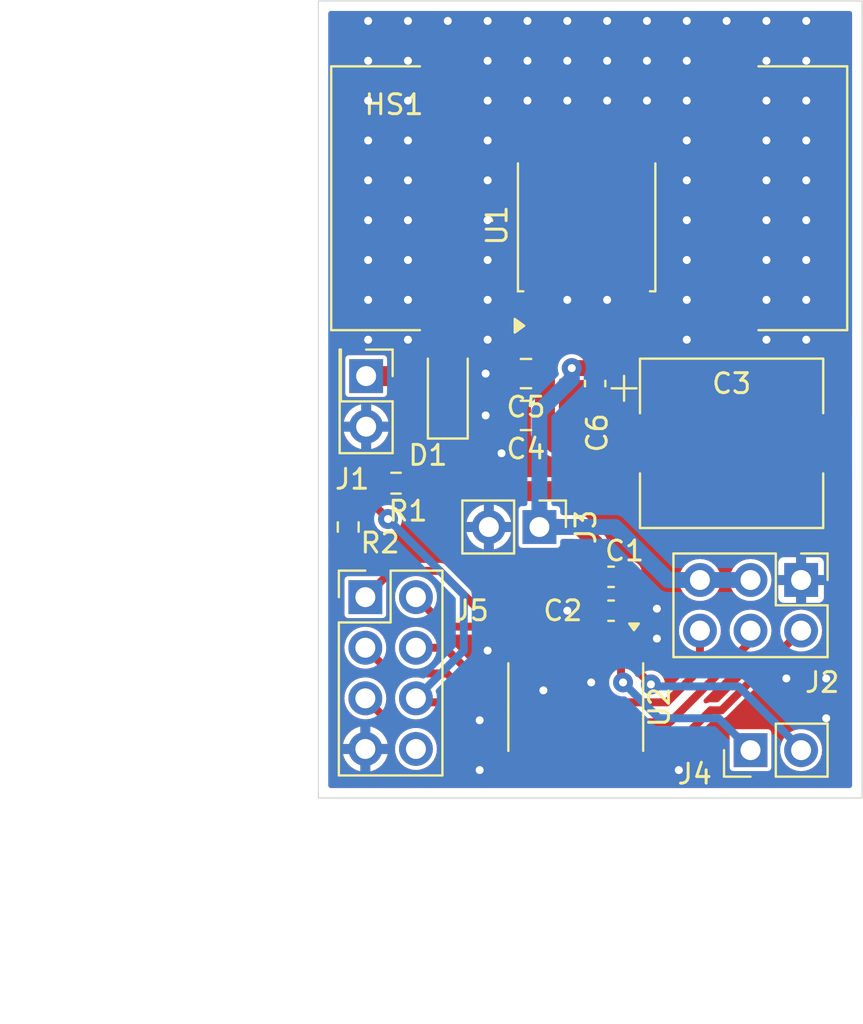
<source format=kicad_pcb>
(kicad_pcb (version 20240108) (generator "pcbnew") (generator_version "8.0")
  (title_block (title "FastLapLights") (date "2025-03-06") (rev "MK4"))
  (layers (0 "F.Cu" mixed) (1 "In1.Cu" power) (2 "In2.Cu" power) (31 "B.Cu" mixed) (34 "B.Paste" user) (35 "F.Paste" user) (36 "B.SilkS" user "B.Silkscreen") (37 "F.SilkS" user "F.Silkscreen") (38 "B.Mask" user) (39 "F.Mask" user) (44 "Edge.Cuts" user))
  (net 0 "")
  (net 1 "GND")
  (net 2 "/TRACK_LIGHTS_R")
  (net 3 "+3.3V")
  (net 4 "/START_LIGHTS")
  (net 5 "/PIT_LANE_LIGHTS")
  (net 8 "/SWD_NRST")
  (net 9 "/SWD_SWCLK")
  (net 10 "/SWD_SWDIO")
  (net 11 "/I2C_SDA")
  (net 12 "/I2C_SCL")
  (net 17 "VRAIL")
  (net 18 "/IO_POWER_RAIL_DATA")
  (net 19 "/VRAIL_CAP")
  (net 20 "/TRACK_LIGHTS_G")
  (net 21 "/IO_DATA_INT")
  (footprint "Connector_PinHeader_2.54mm:PinHeader_2x04_P2.54mm_Vertical" (layer "F.Cu") (at 44.86 116.62)
    (property "Reference" "J5" (at 5.34 0.68 0) (layer "F.SilkS"))
    (property "Value" "Conn_02x04_Counter_Clockwise" (hide yes))
    (fp_line (start -1.33 -1.33) (end 0 -1.33) (stroke (width 0.12)) (layer "F.SilkS"))
    (fp_line (start -1.33 0) (end -1.33 -1.33) (stroke (width 0.12)) (layer "F.SilkS"))
    (fp_line (start -1.33 1.27) (end -1.33 8.95) (stroke (width 0.12)) (layer "F.SilkS"))
    (fp_line (start -1.33 1.27) (end 1.27 1.27) (stroke (width 0.12)) (layer "F.SilkS"))
    (fp_line (start -1.33 8.95) (end 3.87 8.95) (stroke (width 0.12)) (layer "F.SilkS"))
    (fp_line (start 1.27 -1.33) (end 3.87 -1.33) (stroke (width 0.12)) (layer "F.SilkS"))
    (fp_line (start 1.27 1.27) (end 1.27 -1.33) (stroke (width 0.12)) (layer "F.SilkS"))
    (fp_line (start 3.87 -1.33) (end 3.87 8.95) (stroke (width 0.12)) (layer "F.SilkS"))
    (pad "1" thru_hole rect (at 0 0) (size 1.7 1.7) (drill 1) (layers "*.Cu" "*.Mask" "In3.Cu" "In4.Cu" "In5.Cu" "In6.Cu" "In7.Cu" "In8.Cu" "In9.Cu" "In10.Cu" "In11.Cu" "In12.Cu" "In13.Cu" "In14.Cu" "In15.Cu" "In16.Cu" "In17.Cu" "In18.Cu" "In19.Cu" "In20.Cu" "In21.Cu" "In22.Cu" "In23.Cu" "In24.Cu" "In25.Cu" "In26.Cu" "In27.Cu" "In28.Cu" "In29.Cu" "In30.Cu") (net 4 "/START_LIGHTS"))
    (pad "2" thru_hole oval (at 2.54 0) (size 1.7 1.7) (drill 1) (layers "*.Cu" "*.Mask" "In3.Cu" "In4.Cu" "In5.Cu" "In6.Cu" "In7.Cu" "In8.Cu" "In9.Cu" "In10.Cu" "In11.Cu" "In12.Cu" "In13.Cu" "In14.Cu" "In15.Cu" "In16.Cu" "In17.Cu" "In18.Cu" "In19.Cu" "In20.Cu" "In21.Cu" "In22.Cu" "In23.Cu" "In24.Cu" "In25.Cu" "In26.Cu" "In27.Cu" "In28.Cu" "In29.Cu" "In30.Cu") (net 5 "/PIT_LANE_LIGHTS"))
    (pad "3" thru_hole oval (at 0 2.54) (size 1.7 1.7) (drill 1) (layers "*.Cu" "*.Mask" "In3.Cu" "In4.Cu" "In5.Cu" "In6.Cu" "In7.Cu" "In8.Cu" "In9.Cu" "In10.Cu" "In11.Cu" "In12.Cu" "In13.Cu" "In14.Cu" "In15.Cu" "In16.Cu" "In17.Cu" "In18.Cu" "In19.Cu" "In20.Cu" "In21.Cu" "In22.Cu" "In23.Cu" "In24.Cu" "In25.Cu" "In26.Cu" "In27.Cu" "In28.Cu" "In29.Cu" "In30.Cu") (net 2 "/TRACK_LIGHTS_R"))
    (pad "4" thru_hole oval (at 2.54 2.54) (size 1.7 1.7) (drill 1) (layers "*.Cu" "*.Mask" "In3.Cu" "In4.Cu" "In5.Cu" "In6.Cu" "In7.Cu" "In8.Cu" "In9.Cu" "In10.Cu" "In11.Cu" "In12.Cu" "In13.Cu" "In14.Cu" "In15.Cu" "In16.Cu" "In17.Cu" "In18.Cu" "In19.Cu" "In20.Cu" "In21.Cu" "In22.Cu" "In23.Cu" "In24.Cu" "In25.Cu" "In26.Cu" "In27.Cu" "In28.Cu" "In29.Cu" "In30.Cu") (net 20 "/TRACK_LIGHTS_G"))
    (pad "5" thru_hole oval (at 0 5.08) (size 1.7 1.7) (drill 1) (layers "*.Cu" "*.Mask" "In3.Cu" "In4.Cu" "In5.Cu" "In6.Cu" "In7.Cu" "In8.Cu" "In9.Cu" "In10.Cu" "In11.Cu" "In12.Cu" "In13.Cu" "In14.Cu" "In15.Cu" "In16.Cu" "In17.Cu" "In18.Cu" "In19.Cu" "In20.Cu" "In21.Cu" "In22.Cu" "In23.Cu" "In24.Cu" "In25.Cu" "In26.Cu" "In27.Cu" "In28.Cu" "In29.Cu" "In30.Cu") (net 21 "/IO_DATA_INT"))
    (pad "6" thru_hole oval (at 2.54 5.08) (size 1.7 1.7) (drill 1) (layers "*.Cu" "*.Mask" "In3.Cu" "In4.Cu" "In5.Cu" "In6.Cu" "In7.Cu" "In8.Cu" "In9.Cu" "In10.Cu" "In11.Cu" "In12.Cu" "In13.Cu" "In14.Cu" "In15.Cu" "In16.Cu" "In17.Cu" "In18.Cu" "In19.Cu" "In20.Cu" "In21.Cu" "In22.Cu" "In23.Cu" "In24.Cu" "In25.Cu" "In26.Cu" "In27.Cu" "In28.Cu" "In29.Cu" "In30.Cu") (net 18 "/IO_POWER_RAIL_DATA"))
    (pad "7" thru_hole oval (at 0 7.62) (size 1.7 1.7) (drill 1) (layers "*.Cu" "*.Mask" "In3.Cu" "In4.Cu" "In5.Cu" "In6.Cu" "In7.Cu" "In8.Cu" "In9.Cu" "In10.Cu" "In11.Cu" "In12.Cu" "In13.Cu" "In14.Cu" "In15.Cu" "In16.Cu" "In17.Cu" "In18.Cu" "In19.Cu" "In20.Cu" "In21.Cu" "In22.Cu" "In23.Cu" "In24.Cu" "In25.Cu" "In26.Cu" "In27.Cu" "In28.Cu" "In29.Cu" "In30.Cu") (net 1 "GND"))
    (pad "8" thru_hole oval (at 2.54 7.62) (size 1.7 1.7) (drill 1) (layers "*.Cu" "*.Mask" "In3.Cu" "In4.Cu" "In5.Cu" "In6.Cu" "In7.Cu" "In8.Cu" "In9.Cu" "In10.Cu" "In11.Cu" "In12.Cu" "In13.Cu" "In14.Cu" "In15.Cu" "In16.Cu" "In17.Cu" "In18.Cu" "In19.Cu" "In20.Cu" "In21.Cu" "In22.Cu" "In23.Cu" "In24.Cu" "In25.Cu" "In26.Cu" "In27.Cu" "In28.Cu" "In29.Cu" "In30.Cu") (net 3 "+3.3V"))
  )
  (footprint "Connector_PinHeader_2.54mm:PinHeader_2x01_P2.54mm_Vertical" (layer "F.Cu") (at 44.9 105.525 -90)
    (property "Reference" "J1" (at 5.175 0.7 180) (layer "F.SilkS"))
    (property "Value" "POWER_CON" (hide yes))
    (fp_line (start -1.33 1.33) (end 3.87 1.33) (stroke (width 0.12)) (layer "F.SilkS"))
    (fp_line (start -1.33 1.27) (end -1.33 1.33) (stroke (width 0.12)) (layer "F.SilkS"))
    (fp_line (start -1.33 1.27) (end 1.27 1.27) (stroke (width 0.12)) (layer "F.SilkS"))
    (fp_line (start 1.27 1.27) (end 1.27 -1.33) (stroke (width 0.12)) (layer "F.SilkS"))
    (fp_line (start -1.33 0) (end -1.33 -1.33) (stroke (width 0.12)) (layer "F.SilkS"))
    (fp_line (start -1.33 -1.33) (end 0 -1.33) (stroke (width 0.12)) (layer "F.SilkS"))
    (fp_line (start 1.27 -1.33) (end 3.87 -1.33) (stroke (width 0.12)) (layer "F.SilkS"))
    (fp_line (start 3.87 -1.33) (end 3.87 1.33) (stroke (width 0.12)) (layer "F.SilkS"))
    (pad "1" thru_hole rect (at 0 0 270) (size 1.7 1.7) (drill 1) (layers "*.Cu" "*.Mask" "In3.Cu" "In4.Cu" "In5.Cu" "In6.Cu" "In7.Cu" "In8.Cu" "In9.Cu" "In10.Cu" "In11.Cu" "In12.Cu" "In13.Cu" "In14.Cu" "In15.Cu" "In16.Cu" "In17.Cu" "In18.Cu" "In19.Cu" "In20.Cu" "In21.Cu" "In22.Cu" "In23.Cu" "In24.Cu" "In25.Cu" "In26.Cu" "In27.Cu" "In28.Cu" "In29.Cu" "In30.Cu") (net 17 "VRAIL"))
    (pad "2" thru_hole oval (at 2.54 0 270) (size 1.7 1.7) (drill 1) (layers "*.Cu" "*.Mask" "In3.Cu" "In4.Cu" "In5.Cu" "In6.Cu" "In7.Cu" "In8.Cu" "In9.Cu" "In10.Cu" "In11.Cu" "In12.Cu" "In13.Cu" "In14.Cu" "In15.Cu" "In16.Cu" "In17.Cu" "In18.Cu" "In19.Cu" "In20.Cu" "In21.Cu" "In22.Cu" "In23.Cu" "In24.Cu" "In25.Cu" "In26.Cu" "In27.Cu" "In28.Cu" "In29.Cu" "In30.Cu") (net 1 "GND"))
  )
  (footprint "Capacitor_SMD:C_0805_2012Metric" (layer "F.Cu") (at 52.925 107.5 180)
    (property "Reference" "C4" (at 0 -1.68 180) (layer "F.SilkS"))
    (property "Value" "22uF")
    (fp_line (start -0.261252 0.735) (end 0.261252 0.735) (stroke (width 0.12)) (layer "F.SilkS"))
    (fp_line (start -0.261252 -0.735) (end 0.261252 -0.735) (stroke (width 0.12)) (layer "F.SilkS"))
    (pad "1" smd roundrect (at -0.95 0 180) (size 1 1.45) (layers "F.Cu" "F.Paste" "F.Mask") (net 19 "/VRAIL_CAP"))
    (pad "2" smd roundrect (at 0.95 0 180) (size 1 1.45) (layers "F.Cu" "F.Paste" "F.Mask") (net 1 "GND"))
  )
  (footprint "Capacitor_SMD:C_0603_1608Metric" (layer "F.Cu") (at 57.2 117.3)
    (property "Reference" "C2" (at -2.425 0 0) (layer "F.SilkS"))
    (property "Value" "0.1uF" (hide yes))
    (fp_line (start -0.14058 -0.51) (end 0.14058 -0.51) (stroke (width 0.12)) (layer "F.SilkS"))
    (fp_line (start -0.14058 0.51) (end 0.14058 0.51) (stroke (width 0.12)) (layer "F.SilkS"))
    (pad "1" smd roundrect (at -0.775 0) (size 0.9 0.95) (layers "F.Cu" "F.Paste" "F.Mask") (net 3 "+3.3V"))
    (pad "2" smd roundrect (at 0.775 0) (size 0.9 0.95) (layers "F.Cu" "F.Paste" "F.Mask") (net 1 "GND"))
  )
  (footprint "Connector_PinHeader_2.54mm:PinHeader_1x02_P2.54mm_Vertical" (layer "F.Cu") (at 53.6 113.1 -90)
    (property "Reference" "J3" (at 0 -2.33 90) (layer "F.SilkS"))
    (property "Value" "PWR" (hide yes))
    (fp_line (start -1.33 3.87) (end 1.33 3.87) (stroke (width 0.12)) (layer "F.SilkS"))
    (fp_line (start -1.33 1.27) (end -1.33 3.87) (stroke (width 0.12)) (layer "F.SilkS"))
    (fp_line (start -1.33 1.27) (end 1.33 1.27) (stroke (width 0.12)) (layer "F.SilkS"))
    (fp_line (start 1.33 1.27) (end 1.33 3.87) (stroke (width 0.12)) (layer "F.SilkS"))
    (fp_line (start -1.33 0) (end -1.33 -1.33) (stroke (width 0.12)) (layer "F.SilkS"))
    (fp_line (start -1.33 -1.33) (end 0 -1.33) (stroke (width 0.12)) (layer "F.SilkS"))
    (pad "1" thru_hole rect (at 0 0 270) (size 1.7 1.7) (drill 1) (layers "*.Cu" "*.Mask" "In3.Cu" "In4.Cu" "In5.Cu" "In6.Cu" "In7.Cu" "In8.Cu" "In9.Cu" "In10.Cu" "In11.Cu" "In12.Cu" "In13.Cu" "In14.Cu" "In15.Cu" "In16.Cu" "In17.Cu" "In18.Cu" "In19.Cu" "In20.Cu" "In21.Cu" "In22.Cu" "In23.Cu" "In24.Cu" "In25.Cu" "In26.Cu" "In27.Cu" "In28.Cu" "In29.Cu" "In30.Cu") (net 3 "+3.3V"))
    (pad "2" thru_hole oval (at 0 2.54 270) (size 1.7 1.7) (drill 1) (layers "*.Cu" "*.Mask" "In3.Cu" "In4.Cu" "In5.Cu" "In6.Cu" "In7.Cu" "In8.Cu" "In9.Cu" "In10.Cu" "In11.Cu" "In12.Cu" "In13.Cu" "In14.Cu" "In15.Cu" "In16.Cu" "In17.Cu" "In18.Cu" "In19.Cu" "In20.Cu" "In21.Cu" "In22.Cu" "In23.Cu" "In24.Cu" "In25.Cu" "In26.Cu" "In27.Cu" "In28.Cu" "In29.Cu" "In30.Cu") (net 1 "GND"))
  )
  (footprint "Capacitor_SMD:C_0805_2012Metric" (layer "F.Cu") (at 52.925 105.4 180)
    (property "Reference" "C5" (at 0 -1.68 180) (layer "F.SilkS"))
    (property "Value" "0.1uF")
    (fp_line (start -0.261252 0.735) (end 0.261252 0.735) (stroke (width 0.12)) (layer "F.SilkS"))
    (fp_line (start -0.261252 -0.735) (end 0.261252 -0.735) (stroke (width 0.12)) (layer "F.SilkS"))
    (pad "1" smd roundrect (at -0.95 0 180) (size 1 1.45) (layers "F.Cu" "F.Paste" "F.Mask") (net 19 "/VRAIL_CAP"))
    (pad "2" smd roundrect (at 0.95 0 180) (size 1 1.45) (layers "F.Cu" "F.Paste" "F.Mask") (net 1 "GND"))
  )
  (footprint "Library:Heatsink_DV-T263-201E-TR" (layer "F.Cu") (at 56.1 96.6)
    (property "Reference" "HS1" (at -9.8 -4.7 180) (layer "F.SilkS"))
    (property "Value" "Heatsink")
    (fp_line (start -12.955 -6.62) (end -8.5 -6.62) (stroke (width 0.12)) (layer "F.SilkS"))
    (fp_line (start -12.955 6.62) (end -12.955 -6.62) (stroke (width 0.12)) (layer "F.SilkS"))
    (fp_line (start -12.955 6.62) (end -8.5 6.62) (stroke (width 0.12)) (layer "F.SilkS"))
    (fp_line (start 8.5 -6.62) (end 12.955 -6.62) (stroke (width 0.12)) (layer "F.SilkS"))
    (fp_line (start 8.5 6.62) (end 12.955 6.62) (stroke (width 0.12)) (layer "F.SilkS"))
    (fp_line (start 12.955 -6.62) (end 12.955 6.62) (stroke (width 0.12)) (layer "F.SilkS"))
    (pad "1" smd roundrect (at -7.1 0 180) (size 1.8 13.7) (layers "F.Cu" "F.Paste" "F.Mask") (roundrect_rratio 0.2) (net 1 "GND"))
    (pad "1" smd roundrect (at 7.1 0) (size 1.8 13.7) (layers "F.Cu" "F.Paste" "F.Mask") (roundrect_rratio 0.2) (net 1 "GND"))
  )
  (footprint "Resistor_SMD:R_0603_1608Metric" (layer "F.Cu") (at 44 113.1 -90)
    (property "Reference" "R2" (at 0.8 -1.6 180) (layer "F.SilkS"))
    (property "Value" "1k" (hide yes))
    (fp_line (start -0.237258 0.5225) (end 0.237258 0.5225) (stroke (width 0.12)) (layer "F.SilkS"))
    (fp_line (start -0.237258 -0.5225) (end 0.237258 -0.5225) (stroke (width 0.12)) (layer "F.SilkS"))
    (pad "1" smd roundrect (at -0.825 0 270) (size 0.8 0.95) (layers "F.Cu" "F.Paste" "F.Mask") (net 18 "/IO_POWER_RAIL_DATA"))
    (pad "2" smd roundrect (at 0.825 0 270) (size 0.8 0.95) (layers "F.Cu" "F.Paste" "F.Mask") (net 1 "GND"))
  )
  (footprint "Library:CP_Elec_A768KS227M1VLAE024" (layer "F.Cu") (at 63.25 108.9)
    (property "Reference" "C3" (at 0 -3 0) (layer "F.SilkS"))
    (property "Value" "220uF" (hide yes))
    (fp_line (start -6.025 -2.76) (end -4.775 -2.76) (stroke (width 0.12)) (layer "F.SilkS"))
    (fp_line (start -5.4 -3.385) (end -5.4 -2.135) (stroke (width 0.12)) (layer "F.SilkS"))
    (fp_line (start -4.6 -4.25) (end -4.6 -1.51) (stroke (width 0.12)) (layer "F.SilkS"))
    (fp_line (start -4.6 -4.25) (end 4.6 -4.25) (stroke (width 0.12)) (layer "F.SilkS"))
    (fp_line (start -4.6 4.25) (end -4.6 1.51) (stroke (width 0.12)) (layer "F.SilkS"))
    (fp_line (start -4.6 4.25) (end 4.6 4.25) (stroke (width 0.12)) (layer "F.SilkS"))
    (fp_line (start 4.6 -4.25) (end 4.6 -1.51) (stroke (width 0.12)) (layer "F.SilkS"))
    (fp_line (start 4.6 4.25) (end 4.6 1.51) (stroke (width 0.12)) (layer "F.SilkS"))
    (pad "1" smd roundrect (at -3.65 0) (size 4.2 2.2) (layers "F.Cu" "F.Paste" "F.Mask") (roundrect_rratio 0.1) (net 19 "/VRAIL_CAP"))
    (pad "2" smd roundrect (at 3.65 0) (size 4.2 2.2) (layers "F.Cu" "F.Paste" "F.Mask") (roundrect_rratio 0.1) (net 1 "GND"))
  )
  (footprint "Capacitor_SMD:C_0603_1608Metric" (layer "F.Cu") (at 56.4 105.9 -90)
    (property "Reference" "C6" (at 2.475 -0.1 90) (layer "F.SilkS"))
    (property "Value" "22uF" (hide yes))
    (fp_line (start -0.14058 0.51) (end 0.14058 0.51) (stroke (width 0.12)) (layer "F.SilkS"))
    (fp_line (start -0.14058 -0.51) (end 0.14058 -0.51) (stroke (width 0.12)) (layer "F.SilkS"))
    (pad "1" smd roundrect (at -0.775 0 270) (size 0.9 0.95) (layers "F.Cu" "F.Paste" "F.Mask") (net 3 "+3.3V"))
    (pad "2" smd roundrect (at 0.775 0 270) (size 0.9 0.95) (layers "F.Cu" "F.Paste" "F.Mask") (net 1 "GND"))
  )
  (footprint "Diode_SMD:D_SOD-123" (layer "F.Cu") (at 49 106.3 90)
    (property "Reference" "D1" (at -3.2 -1 180) (layer "F.SilkS"))
    (property "Value" "MBR0540" (hide yes))
    (fp_line (start -2.36 -1) (end 1.65 -1) (stroke (width 0.12)) (layer "F.SilkS"))
    (fp_line (start -2.36 -1) (end -2.36 1) (stroke (width 0.12)) (layer "F.SilkS"))
    (fp_line (start -2.36 1) (end 1.65 1) (stroke (width 0.12)) (layer "F.SilkS"))
    (pad "1" smd roundrect (at -1.65 0 90) (size 0.9 1.2) (layers "F.Cu" "F.Paste" "F.Mask") (net 19 "/VRAIL_CAP"))
    (pad "2" smd roundrect (at 1.65 0 90) (size 0.9 1.2) (layers "F.Cu" "F.Paste" "F.Mask") (net 17 "VRAIL"))
  )
  (footprint "Package_SO:TSSOP-20_4.4x6.5mm_P0.65mm" (layer "F.Cu") (at 55.425 122.1375 -90)
    (property "Reference" "U2" (at 0 -4.2 90) (layer "F.SilkS"))
    (property "Value" "STM32C011F4Px" (hide yes))
    (fp_line (start 0 3.385) (end -2.2 3.385) (stroke (width 0.12)) (layer "F.SilkS"))
    (fp_line (start 0 3.385) (end 2.2 3.385) (stroke (width 0.12)) (layer "F.SilkS"))
    (fp_line (start 0 -3.385) (end -2.2 -3.385) (stroke (width 0.12)) (layer "F.SilkS"))
    (fp_line (start 0 -3.385) (end 2.2 -3.385) (stroke (width 0.12)) (layer "F.SilkS"))
    (fp_poly (pts (xy -3.86 -2.925) (xy -4.19 -3.165) (xy -4.19 -2.685) (xy -3.86 -2.925)) (stroke (width 0.12)) (fill solid) (layer "F.SilkS"))
    (pad "1" smd roundrect (at -2.8625 -2.925 270) (size 1.475 0.4) (layers "F.Cu" "F.Paste" "F.Mask") (net 12 "/I2C_SCL"))
    (pad "2" smd roundrect (at -2.8625 -2.275 270) (size 1.475 0.4) (layers "F.Cu" "F.Paste" "F.Mask") (net 11 "/I2C_SDA"))
    (pad "3" smd roundrect (at -2.8625 -1.625 270) (size 1.475 0.4) (layers "F.Cu" "F.Paste" "F.Mask"))
    (pad "4" smd roundrect (at -2.8625 -0.975 270) (size 1.475 0.4) (layers "F.Cu" "F.Paste" "F.Mask") (net 3 "+3.3V"))
    (pad "5" smd roundrect (at -2.8625 -0.325 270) (size 1.475 0.4) (layers "F.Cu" "F.Paste" "F.Mask") (net 1 "GND"))
    (pad "6" smd roundrect (at -2.8625 0.325 270) (size 1.475 0.4) (layers "F.Cu" "F.Paste" "F.Mask") (net 8 "/SWD_NRST"))
    (pad "7" smd roundrect (at -2.8625 0.975 270) (size 1.475 0.4) (layers "F.Cu" "F.Paste" "F.Mask") (net 4 "/START_LIGHTS"))
    (pad "8" smd roundrect (at -2.8625 1.625 270) (size 1.475 0.4) (layers "F.Cu" "F.Paste" "F.Mask") (net 5 "/PIT_LANE_LIGHTS"))
    (pad "9" smd roundrect (at -2.8625 2.275 270) (size 1.475 0.4) (layers "F.Cu" "F.Paste" "F.Mask") (net 2 "/TRACK_LIGHTS_R"))
    (pad "10" smd roundrect (at -2.8625 2.925 270) (size 1.475 0.4) (layers "F.Cu" "F.Paste" "F.Mask") (net 20 "/TRACK_LIGHTS_G"))
    (pad "11" smd roundrect (at 2.8625 2.925 270) (size 1.475 0.4) (layers "F.Cu" "F.Paste" "F.Mask") (net 21 "/IO_DATA_INT"))
    (pad "12" smd roundrect (at 2.8625 2.275 270) (size 1.475 0.4) (layers "F.Cu" "F.Paste" "F.Mask"))
    (pad "13" smd roundrect (at 2.8625 1.625 270) (size 1.475 0.4) (layers "F.Cu" "F.Paste" "F.Mask") (net 18 "/IO_POWER_RAIL_DATA"))
    (pad "14" smd roundrect (at 2.8625 0.975 270) (size 1.475 0.4) (layers "F.Cu" "F.Paste" "F.Mask"))
    (pad "15" smd roundrect (at 2.8625 0.325 270) (size 1.475 0.4) (layers "F.Cu" "F.Paste" "F.Mask"))
    (pad "16" smd roundrect (at 2.8625 -0.325 270) (size 1.475 0.4) (layers "F.Cu" "F.Paste" "F.Mask"))
    (pad "17" smd roundrect (at 2.8625 -0.975 270) (size 1.475 0.4) (layers "F.Cu" "F.Paste" "F.Mask"))
    (pad "18" smd roundrect (at 2.8625 -1.625 270) (size 1.475 0.4) (layers "F.Cu" "F.Paste" "F.Mask") (net 10 "/SWD_SWDIO"))
    (pad "19" smd roundrect (at 2.8625 -2.275 270) (size 1.475 0.4) (layers "F.Cu" "F.Paste" "F.Mask") (net 9 "/SWD_SWCLK"))
    (pad "20" smd roundrect (at 2.8625 -2.925 270) (size 1.475 0.4) (layers "F.Cu" "F.Paste" "F.Mask"))
  )
  (footprint "Package_TO_SOT_SMD:TO-252-2" (layer "F.Cu") (at 55.9725 97.96 90)
    (property "Reference" "U1" (at 0 -4.5 90) (layer "F.SilkS"))
    (property "Value" "BD33FC0FP")
    (fp_line (start 3.11 -3.45) (end -3.31 -3.45) (stroke (width 0.12)) (layer "F.SilkS"))
    (fp_line (start -3.31 -3.45) (end -3.31 -3.18) (stroke (width 0.12)) (layer "F.SilkS"))
    (fp_line (start 3.11 3.45) (end -3.31 3.45) (stroke (width 0.12)) (layer "F.SilkS"))
    (fp_line (start -3.31 3.45) (end -3.31 3.18) (stroke (width 0.12)) (layer "F.SilkS"))
    (fp_poly (pts (xy -5.04 -3.14) (xy -5.38 -3.61) (xy -4.7 -3.61) (xy -5.04 -3.14)) (stroke (width 0.12)) (fill solid) (layer "F.SilkS"))
    (pad "1" smd roundrect (at -5.04 -2.28 90) (size 2.2 1.2) (layers "F.Cu" "F.Paste" "F.Mask") (roundrect_rratio 0.208333) (net 19 "/VRAIL_CAP"))
    (pad "2" smd roundrect (at -0.415 -1.525 90) (size 3.05 2.75) (layers "F.Cu" "F.Paste") (roundrect_rratio 0.090909) (net 1 "GND"))
    (pad "2" smd roundrect (at -0.415 1.525 90) (size 3.05 2.75) (layers "F.Cu" "F.Paste") (roundrect_rratio 0.090909) (net 1 "GND"))
    (pad "2" smd roundrect (at 1.26 0 90) (size 6.4 5.8) (layers "F.Cu" "F.Mask") (roundrect_rratio 0.043103) (net 1 "GND"))
    (pad "2" smd roundrect (at 2.935 -1.525 90) (size 3.05 2.75) (layers "F.Cu" "F.Paste") (roundrect_rratio 0.090909) (net 1 "GND"))
    (pad "2" smd roundrect (at 2.935 1.525 90) (size 3.05 2.75) (layers "F.Cu" "F.Paste") (roundrect_rratio 0.090909) (net 1 "GND"))
    (pad "3" smd roundrect (at -5.04 2.28 90) (size 2.2 1.2) (layers "F.Cu" "F.Paste" "F.Mask") (roundrect_rratio 0.208333) (net 3 "+3.3V"))
  )
  (footprint "Connector_PinHeader_2.54mm:PinHeader_1x02_P2.54mm_Vertical" (layer "F.Cu") (at 64.2 124.3 90)
    (property "Reference" "J4" (at -1.2 -2.8 0) (layer "F.SilkS"))
    (property "Value" "I2C" (hide yes))
    (fp_line (start -1.33 -1.33) (end 0 -1.33) (stroke (width 0.12)) (layer "F.SilkS"))
    (fp_line (start -1.33 0) (end -1.33 -1.33) (stroke (width 0.12)) (layer "F.SilkS"))
    (fp_line (start 1.33 1.27) (end 1.33 3.87) (stroke (width 0.12)) (layer "F.SilkS"))
    (fp_line (start -1.33 1.27) (end 1.33 1.27) (stroke (width 0.12)) (layer "F.SilkS"))
    (fp_line (start -1.33 1.27) (end -1.33 3.87) (stroke (width 0.12)) (layer "F.SilkS"))
    (fp_line (start -1.33 3.87) (end 1.33 3.87) (stroke (width 0.12)) (layer "F.SilkS"))
    (pad "1" thru_hole rect (at 0 0 90) (size 1.7 1.7) (drill 1) (layers "*.Cu" "*.Mask" "In3.Cu" "In4.Cu" "In5.Cu" "In6.Cu" "In7.Cu" "In8.Cu" "In9.Cu" "In10.Cu" "In11.Cu" "In12.Cu" "In13.Cu" "In14.Cu" "In15.Cu" "In16.Cu" "In17.Cu" "In18.Cu" "In19.Cu" "In20.Cu" "In21.Cu" "In22.Cu" "In23.Cu" "In24.Cu" "In25.Cu" "In26.Cu" "In27.Cu" "In28.Cu" "In29.Cu" "In30.Cu") (net 11 "/I2C_SDA"))
    (pad "2" thru_hole oval (at 0 2.54 90) (size 1.7 1.7) (drill 1) (layers "*.Cu" "*.Mask" "In3.Cu" "In4.Cu" "In5.Cu" "In6.Cu" "In7.Cu" "In8.Cu" "In9.Cu" "In10.Cu" "In11.Cu" "In12.Cu" "In13.Cu" "In14.Cu" "In15.Cu" "In16.Cu" "In17.Cu" "In18.Cu" "In19.Cu" "In20.Cu" "In21.Cu" "In22.Cu" "In23.Cu" "In24.Cu" "In25.Cu" "In26.Cu" "In27.Cu" "In28.Cu" "In29.Cu" "In30.Cu") (net 12 "/I2C_SCL"))
  )
  (footprint "Capacitor_SMD:C_0603_1608Metric" (layer "F.Cu") (at 57.2 115.6)
    (property "Reference" "C1" (at 0.675 -1.3 0) (layer "F.SilkS"))
    (property "Value" "4.7uF" (hide yes))
    (fp_line (start -0.14058 -0.51) (end 0.14058 -0.51) (stroke (width 0.12)) (layer "F.SilkS"))
    (fp_line (start -0.14058 0.51) (end 0.14058 0.51) (stroke (width 0.12)) (layer "F.SilkS"))
    (pad "1" smd roundrect (at -0.775 0) (size 0.9 0.95) (layers "F.Cu" "F.Paste" "F.Mask") (net 3 "+3.3V"))
    (pad "2" smd roundrect (at 0.775 0) (size 0.9 0.95) (layers "F.Cu" "F.Paste" "F.Mask") (net 1 "GND"))
  )
  (footprint "Connector_PinHeader_2.54mm:PinHeader_2x03_P2.54mm_Vertical" (layer "F.Cu") (at 66.74 115.76 -90)
    (property "Reference" "J2" (at 5.14 -1.06 180) (layer "F.SilkS"))
    (property "Value" "SWD" (hide yes))
    (fp_line (start -1.33 6.41) (end 3.87 6.41) (stroke (width 0.12)) (layer "F.SilkS"))
    (fp_line (start -1.33 1.27) (end -1.33 6.41) (stroke (width 0.12)) (layer "F.SilkS"))
    (fp_line (start -1.33 1.27) (end 1.27 1.27) (stroke (width 0.12)) (layer "F.SilkS"))
    (fp_line (start 1.27 1.27) (end 1.27 -1.33) (stroke (width 0.12)) (layer "F.SilkS"))
    (fp_line (start -1.33 0) (end -1.33 -1.33) (stroke (width 0.12)) (layer "F.SilkS"))
    (fp_line (start -1.33 -1.33) (end 0 -1.33) (stroke (width 0.12)) (layer "F.SilkS"))
    (fp_line (start 1.27 -1.33) (end 3.87 -1.33) (stroke (width 0.12)) (layer "F.SilkS"))
    (fp_line (start 3.87 -1.33) (end 3.87 6.41) (stroke (width 0.12)) (layer "F.SilkS"))
    (pad "1" thru_hole rect (at 0 0 270) (size 1.7 1.7) (drill 1) (layers "*.Cu" "*.Mask" "In3.Cu" "In4.Cu" "In5.Cu" "In6.Cu" "In7.Cu" "In8.Cu" "In9.Cu" "In10.Cu" "In11.Cu" "In12.Cu" "In13.Cu" "In14.Cu" "In15.Cu" "In16.Cu" "In17.Cu" "In18.Cu" "In19.Cu" "In20.Cu" "In21.Cu" "In22.Cu" "In23.Cu" "In24.Cu" "In25.Cu" "In26.Cu" "In27.Cu" "In28.Cu" "In29.Cu" "In30.Cu") (net 1 "GND"))
    (pad "2" thru_hole oval (at 2.54 0 270) (size 1.7 1.7) (drill 1) (layers "*.Cu" "*.Mask" "In3.Cu" "In4.Cu" "In5.Cu" "In6.Cu" "In7.Cu" "In8.Cu" "In9.Cu" "In10.Cu" "In11.Cu" "In12.Cu" "In13.Cu" "In14.Cu" "In15.Cu" "In16.Cu" "In17.Cu" "In18.Cu" "In19.Cu" "In20.Cu" "In21.Cu" "In22.Cu" "In23.Cu" "In24.Cu" "In25.Cu" "In26.Cu" "In27.Cu" "In28.Cu" "In29.Cu" "In30.Cu") (net 9 "/SWD_SWCLK"))
    (pad "3" thru_hole oval (at 0 2.54 270) (size 1.7 1.7) (drill 1) (layers "*.Cu" "*.Mask" "In3.Cu" "In4.Cu" "In5.Cu" "In6.Cu" "In7.Cu" "In8.Cu" "In9.Cu" "In10.Cu" "In11.Cu" "In12.Cu" "In13.Cu" "In14.Cu" "In15.Cu" "In16.Cu" "In17.Cu" "In18.Cu" "In19.Cu" "In20.Cu" "In21.Cu" "In22.Cu" "In23.Cu" "In24.Cu" "In25.Cu" "In26.Cu" "In27.Cu" "In28.Cu" "In29.Cu" "In30.Cu") (net 3 "+3.3V"))
    (pad "4" thru_hole oval (at 2.54 2.54 270) (size 1.7 1.7) (drill 1) (layers "*.Cu" "*.Mask" "In3.Cu" "In4.Cu" "In5.Cu" "In6.Cu" "In7.Cu" "In8.Cu" "In9.Cu" "In10.Cu" "In11.Cu" "In12.Cu" "In13.Cu" "In14.Cu" "In15.Cu" "In16.Cu" "In17.Cu" "In18.Cu" "In19.Cu" "In20.Cu" "In21.Cu" "In22.Cu" "In23.Cu" "In24.Cu" "In25.Cu" "In26.Cu" "In27.Cu" "In28.Cu" "In29.Cu" "In30.Cu") (net 10 "/SWD_SWDIO"))
    (pad "5" thru_hole oval (at 0 5.08 270) (size 1.7 1.7) (drill 1) (layers "*.Cu" "*.Mask" "In3.Cu" "In4.Cu" "In5.Cu" "In6.Cu" "In7.Cu" "In8.Cu" "In9.Cu" "In10.Cu" "In11.Cu" "In12.Cu" "In13.Cu" "In14.Cu" "In15.Cu" "In16.Cu" "In17.Cu" "In18.Cu" "In19.Cu" "In20.Cu" "In21.Cu" "In22.Cu" "In23.Cu" "In24.Cu" "In25.Cu" "In26.Cu" "In27.Cu" "In28.Cu" "In29.Cu" "In30.Cu") (net 3 "+3.3V"))
    (pad "6" thru_hole oval (at 2.54 5.08 270) (size 1.7 1.7) (drill 1) (layers "*.Cu" "*.Mask" "In3.Cu" "In4.Cu" "In5.Cu" "In6.Cu" "In7.Cu" "In8.Cu" "In9.Cu" "In10.Cu" "In11.Cu" "In12.Cu" "In13.Cu" "In14.Cu" "In15.Cu" "In16.Cu" "In17.Cu" "In18.Cu" "In19.Cu" "In20.Cu" "In21.Cu" "In22.Cu" "In23.Cu" "In24.Cu" "In25.Cu" "In26.Cu" "In27.Cu" "In28.Cu" "In29.Cu" "In30.Cu") (net 8 "/SWD_NRST"))
  )
  (footprint "Resistor_SMD:R_0603_1608Metric" (layer "F.Cu") (at 46.4 110.9 180)
    (property "Reference" "R1" (at -0.6 -1.4 0) (layer "F.SilkS"))
    (property "Value" "4k7" (hide yes))
    (fp_line (start -0.237258 0.5225) (end 0.237258 0.5225) (stroke (width 0.12)) (layer "F.SilkS"))
    (fp_line (start -0.237258 -0.5225) (end 0.237258 -0.5225) (stroke (width 0.12)) (layer "F.SilkS"))
    (pad "1" smd roundrect (at -0.825 0 180) (size 0.8 0.95) (layers "F.Cu" "F.Paste" "F.Mask") (net 17 "VRAIL"))
    (pad "2" smd roundrect (at 0.825 0 180) (size 0.8 0.95) (layers "F.Cu" "F.Paste" "F.Mask") (net 18 "/IO_POWER_RAIL_DATA"))
  )
  (gr_rect (start 42.5 86.7) (end 69.8 126.7) (stroke (width 0.05)) (fill none) (layer "Edge.Cuts"))
  (segment (start 50.9 105.4) (end 52.15 105.4) (width 0.8) (layer "F.Cu") (net 1))
  (segment (start 50.9 107.5) (end 52.15 107.5) (width 0.8) (layer "F.Cu") (net 1))
  (via (at 65 93.7) (size 1) (drill 0.4) (layers "F.Cu" "B.Cu") (net 1))
  (via (at 65 87.7) (size 1) (drill 0.4) (layers "F.Cu" "B.Cu") (net 1))
  (via (at 55 87.7) (size 1) (drill 0.4) (layers "F.Cu" "B.Cu") (net 1))
  (via (at 51 103.7) (size 1) (drill 0.4) (layers "F.Cu" "B.Cu") (net 1))
  (via (at 67 91.7) (size 1) (drill 0.4) (layers "F.Cu" "B.Cu") (net 1))
  (via (at 51 93.7) (size 1) (drill 0.4) (layers "F.Cu" "B.Cu") (net 1))
  (via (at 45 95.7) (size 1) (drill 0.4) (layers "F.Cu" "B.Cu") (net 1))
  (via (at 45 93.7) (size 1) (drill 0.4) (layers "F.Cu" "B.Cu") (net 1))
  (via (at 65 99.7) (size 1) (drill 0.4) (layers "F.Cu" "B.Cu") (net 1))
  (via (at 51.7 109.4) (size 1) (drill 0.4) (layers "F.Cu" "B.Cu") (net 1))
  (via (at 68 122.7) (size 1) (drill 0.4) (layers "F.Cu" "B.Cu") (net 1))
  (via (at 45 97.7) (size 1) (drill 0.4) (layers "F.Cu" "B.Cu") (net 1))
  (via (at 67 103.7) (size 1) (drill 0.4) (layers "F.Cu" "B.Cu") (net 1))
  (via (at 65 89.7) (size 1) (drill 0.4) (layers "F.Cu" "B.Cu") (net 1))
  (via (at 61 101.7) (size 1) (drill 0.4) (layers "F.Cu" "B.Cu") (net 1))
  (via (at 51 99.7) (size 1) (drill 0.4) (layers "F.Cu" "B.Cu") (net 1))
  (via (at 57 87.7) (size 1) (drill 0.4) (layers "F.Cu" "B.Cu") (net 1))
  (via (at 51 101.7) (size 1) (drill 0.4) (layers "F.Cu" "B.Cu") (net 1))
  (via (at 50.6 125.3) (size 1) (drill 0.4) (layers "F.Cu" "B.Cu") (net 1))
  (via (at 51 97.7) (size 1) (drill 0.4) (layers "F.Cu" "B.Cu") (net 1))
  (via (at 53 89.7) (size 1) (drill 0.4) (layers "F.Cu" "B.Cu") (net 1))
  (via (at 67 99.7) (size 1) (drill 0.4) (layers "F.Cu" "B.Cu") (net 1))
  (via (at 47 87.7) (size 1) (drill 0.4) (layers "F.Cu" "B.Cu") (net 1))
  (via (at 49 87.7) (size 1) (drill 0.4) (layers "F.Cu" "B.Cu") (net 1))
  (via (at 45 87.7) (size 1) (drill 0.4) (layers "F.Cu" "B.Cu") (net 1))
  (via (at 65 95.7) (size 1) (drill 0.4) (layers "F.Cu" "B.Cu") (net 1))
  (via (at 67 93.7) (size 1) (drill 0.4) (layers "F.Cu" "B.Cu") (net 1))
  (via (at 53 91.7) (size 1) (drill 0.4) (layers "F.Cu" "B.Cu") (net 1))
  (via (at 59 87.7) (size 1) (drill 0.4) (layers "F.Cu" "B.Cu") (net 1))
  (via (at 61 93.7) (size 1) (drill 0.4) (layers "F.Cu" "B.Cu") (net 1))
  (via (at 45 103.7) (size 1) (drill 0.4) (layers "F.Cu" "B.Cu") (net 1))
  (via (at 61 87.7) (size 1) (drill 0.4) (layers "F.Cu" "B.Cu") (net 1))
  (via (at 47 101.7) (size 1) (drill 0.4) (layers "F.Cu" "B.Cu") (net 1))
  (via (at 56.2 120.9) (size 1) (drill 0.4) (layers "F.Cu" "B.Cu") (net 1))
  (via (at 60.6 125.3) (size 1) (drill 0.4) (layers "F.Cu" "B.Cu") (net 1))
  (via (at 57 101.7) (size 1) (drill 0.4) (layers "F.Cu" "B.Cu") (net 1))
  (via (at 67 89.7) (size 1) (drill 0.4) (layers "F.Cu" "B.Cu") (net 1))
  (via (at 67 95.7) (size 1) (drill 0.4) (layers "F.Cu" "B.Cu") (net 1))
  (via (at 53 87.7) (size 1) (drill 0.4) (layers "F.Cu" "B.Cu") (net 1))
  (via (at 50.6 122.8) (size 1) (drill 0.4) (layers "F.Cu" "B.Cu") (net 1))
  (via (at 47 97.7) (size 1) (drill 0.4) (layers "F.Cu" "B.Cu") (net 1))
  (via (at 59 89.7) (size 1) (drill 0.4) (layers "F.Cu" "B.Cu") (net 1))
  (via (at 47 99.7) (size 1) (drill 0.4) (layers "F.Cu" "B.Cu") (net 1))
  (via (at 61 91.7) (size 1) (drill 0.4) (layers "F.Cu" "B.Cu") (net 1))
  (via (at 53.8 121.3) (size 1) (drill 0.4) (layers "F.Cu" "B.Cu") (net 1))
  (via (at 65 91.7) (size 1) (drill 0.4) (layers "F.Cu" "B.Cu") (net 1))
  (via (at 47 95.7) (size 1) (drill 0.4) (layers "F.Cu" "B.Cu") (net 1))
  (via (at 61 89.7) (size 1) (drill 0.4) (layers "F.Cu" "B.Cu") (net 1))
  (via (at 67 97.7) (size 1) (drill 0.4) (layers "F.Cu" "B.Cu") (net 1))
  (via (at 65 101.7) (size 1) (drill 0.4) (layers "F.Cu" "B.Cu") (net 1))
  (via (at 47 89.7) (size 1) (drill 0.4) (layers "F.Cu" "B.Cu") (net 1))
  (via (at 57 89.7) (size 1) (drill 0.4) (layers "F.Cu" "B.Cu") (net 1))
  (via (at 51 87.7) (size 1) (drill 0.4) (layers "F.Cu" "B.Cu") (net 1))
  (via (at 47 91.7) (size 1) (drill 0.4) (layers "F.Cu" "B.Cu") (net 1))
  (via (at 55 91.7) (size 1) (drill 0.4) (layers "F.Cu" "B.Cu") (net 1))
  (via (at 51 95.7) (size 1) (drill 0.4) (layers "F.Cu" "B.Cu") (net 1))
  (via (at 57 91.7) (size 1) (drill 0.4) (layers "F.Cu" "B.Cu") (net 1))
  (via (at 50.9 107.5) (size 1) (drill 0.4) (layers "F.Cu" "B.Cu") (net 1))
  (via (at 45 101.7) (size 1) (drill 0.4) (layers "F.Cu" "B.Cu") (net 1))
  (via (at 66 120.7) (size 1) (drill 0.4) (layers "F.Cu" "B.Cu") (net 1))
  (via (at 63 87.7) (size 1) (drill 0.4) (layers "F.Cu" "B.Cu") (net 1))
  (via (at 55 117.3) (size 1) (drill 0.4) (layers "F.Cu" "B.Cu") (net 1))
  (via (at 59.5 118.7) (size 1) (drill 0.4) (layers "F.Cu" "B.Cu") (net 1))
  (via (at 50.9 105.4) (size 1) (drill 0.4) (layers "F.Cu" "B.Cu") (net 1))
  (via (at 59.5 117.2) (size 1) (drill 0.4) (layers "F.Cu" "B.Cu") (net 1))
  (via (at 65 97.7) (size 1) (drill 0.4) (layers "F.Cu" "B.Cu") (net 1))
  (via (at 61 95.7) (size 1) (drill 0.4) (layers "F.Cu" "B.Cu") (net 1))
  (via (at 59 91.7) (size 1) (drill 0.4) (layers "F.Cu" "B.Cu") (net 1))
  (via (at 47 103.7) (size 1) (drill 0.4) (layers "F.Cu" "B.Cu") (net 1))
  (via (at 55 89.7) (size 1) (drill 0.4) (layers "F.Cu" "B.Cu") (net 1))
  (via (at 67 101.7) (size 1) (drill 0.4) (layers "F.Cu" "B.Cu") (net 1))
  (via (at 47 93.7) (size 1) (drill 0.4) (layers "F.Cu" "B.Cu") (net 1))
  (via (at 61 97.7) (size 1) (drill 0.4) (layers "F.Cu" "B.Cu") (net 1))
  (via (at 51 91.7) (size 1) (drill 0.4) (layers "F.Cu" "B.Cu") (net 1))
  (via (at 45 91.7) (size 1) (drill 0.4) (layers "F.Cu" "B.Cu") (net 1))
  (via (at 61 103.7) (size 1) (drill 0.4) (layers "F.Cu" "B.Cu") (net 1))
  (via (at 51 119.3) (size 1) (drill 0.4) (layers "F.Cu" "B.Cu") (net 1))
  (via (at 65 103.7) (size 1) (drill 0.4) (layers "F.Cu" "B.Cu") (net 1))
  (via (at 55 101.7) (size 1) (drill 0.4) (layers "F.Cu" "B.Cu") (net 1))
  (via (at 67 87.7) (size 1) (drill 0.4) (layers "F.Cu" "B.Cu") (net 1))
  (via (at 68 120.7) (size 1) (drill 0.4) (layers "F.Cu" "B.Cu") (net 1))
  (via (at 51 89.7) (size 1) (drill 0.4) (layers "F.Cu" "B.Cu") (net 1))
  (via (at 61 99.7) (size 1) (drill 0.4) (layers "F.Cu" "B.Cu") (net 1))
  (via (at 45 99.7) (size 1) (drill 0.4) (layers "F.Cu" "B.Cu") (net 1))
  (via (at 45 89.7) (size 1) (drill 0.4) (layers "F.Cu" "B.Cu") (net 1))
  (segment (start 52.248528 121.3) (end 49.8 121.3) (width 0.4) (layer "F.Cu") (net 2))
  (segment (start 53.15 119.275) (end 53.15 120.398528) (width 0.4) (layer "F.Cu") (net 2))
  (segment (start 46.15 120.45) (end 44.86 119.16) (width 0.4) (layer "F.Cu") (net 2))
  (segment (start 49.8 121.3) (end 48.95 120.45) (width 0.4) (layer "F.Cu") (net 2))
  (segment (start 53.15 120.398528) (end 52.248528 121.3) (width 0.4) (layer "F.Cu") (net 2))
  (segment (start 48.95 120.45) (end 46.15 120.45) (width 0.4) (layer "F.Cu") (net 2))
  (segment (start 56.4 119.275) (end 56.4 118.2) (width 0.4) (layer "F.Cu") (net 3))
  (segment (start 56.4 117.9) (end 56.425 117.875) (width 0.7) (layer "F.Cu") (net 3))
  (segment (start 56.425 115.6) (end 56.425 113.925) (width 0.8) (layer "F.Cu") (net 3))
  (segment (start 58.225 103.0275) (end 58.2525 103) (width 0.8) (layer "F.Cu") (net 3))
  (segment (start 58.2525 103) (end 56.9 103) (width 0.8) (layer "F.Cu") (net 3))
  (segment (start 55.225 105.125) (end 56.4 105.125) (width 0.8) (layer "F.Cu") (net 3))
  (segment (start 56.425 115.6) (end 56.425 117.3) (width 0.8) (layer "F.Cu") (net 3))
  (segment (start 55.6 113.1) (end 53.6 113.1) (width 0.8) (layer "F.Cu") (net 3))
  (segment (start 56.9 103) (end 56.4 103.5) (width 0.8) (layer "F.Cu") (net 3))
  (segment (start 56.425 113.925) (end 55.6 113.1) (width 0.8) (layer "F.Cu") (net 3))
  (segment (start 56.425 117.875) (end 56.425 117.3) (width 0.7) (layer "F.Cu") (net 3))
  (segment (start 56.4 103.5) (end 56.4 105.125) (width 0.8) (layer "F.Cu") (net 3))
  (segment (start 56.4 118.2) (end 56.4 117.9) (width 0.7) (layer "F.Cu") (net 3))
  (via (at 55.225 105.125) (size 1) (drill 0.4) (layers "F.Cu" "B.Cu") (net 3))
  (segment (start 55.225 105.675) (end 53.6 107.3) (width 0.8) (layer "B.Cu") (net 3))
  (segment (start 61.66 115.76) (end 60.06 115.76) (width 0.8) (layer "B.Cu") (net 3))
  (segment (start 53.6 107.3) (end 53.6 113.1) (width 0.8) (layer "B.Cu") (net 3))
  (segment (start 60.06 115.76) (end 57.4 113.1) (width 0.8) (layer "B.Cu") (net 3))
  (segment (start 57.4 113.1) (end 53.6 113.1) (width 0.8) (layer "B.Cu") (net 3))
  (segment (start 64.2 115.76) (end 61.66 115.76) (width 0.8) (layer "B.Cu") (net 3))
  (segment (start 55.225 105.125) (end 55.225 105.675) (width 0.8) (layer "B.Cu") (net 3))
  (segment (start 46.18 115.3) (end 44.86 116.62) (width 0.4) (layer "F.Cu") (net 4))
  (segment (start 53.270906 117.1) (end 50.4 117.1) (width 0.4) (layer "F.Cu") (net 4))
  (segment (start 48.6 115.3) (end 46.18 115.3) (width 0.4) (layer "F.Cu") (net 4))
  (segment (start 54.45 119.275) (end 54.45 118.279094) (width 0.4) (layer "F.Cu") (net 4))
  (segment (start 54.45 118.279094) (end 53.270906 117.1) (width 0.4) (layer "F.Cu") (net 4))
  (segment (start 50.4 117.1) (end 48.6 115.3) (width 0.4) (layer "F.Cu") (net 4))
  (segment (start 53.422378 118.1) (end 48.88 118.1) (width 0.4) (layer "F.Cu") (net 5))
  (segment (start 53.8 118.477622) (end 53.422378 118.1) (width 0.4) (layer "F.Cu") (net 5))
  (segment (start 53.8 119.275) (end 53.8 118.477622) (width 0.4) (layer "F.Cu") (net 5))
  (segment (start 48.88 118.1) (end 47.4 116.62) (width 0.4) (layer "F.Cu") (net 5))
  (segment (start 55.8 121.9) (end 60 121.9) (width 0.4) (layer "F.Cu") (net 8))
  (segment (start 55.1 121.2) (end 55.8 121.9) (width 0.4) (layer "F.Cu") (net 8))
  (segment (start 60 121.9) (end 61.66 120.24) (width 0.4) (layer "F.Cu") (net 8))
  (segment (start 61.66 120.24) (end 61.66 118.3) (width 0.4) (layer "F.Cu") (net 8))
  (segment (start 55.1 119.275) (end 55.1 121.2) (width 0.4) (layer "F.Cu") (net 8))
  (segment (start 57.7 124.2) (end 58.2 123.7) (width 0.4) (layer "F.Cu") (net 9))
  (segment (start 57.7 125) (end 57.7 124.2) (width 0.4) (layer "F.Cu") (net 9))
  (segment (start 62.2 122.3) (end 62.74 122.3) (width 0.4) (layer "F.Cu") (net 9))
  (segment (start 58.2 123.7) (end 60.8 123.7) (width 0.4) (layer "F.Cu") (net 9))
  (segment (start 60.8 123.7) (end 62.2 122.3) (width 0.4) (layer "F.Cu") (net 9))
  (segment (start 62.74 122.3) (end 66.74 118.3) (width 0.4) (layer "F.Cu") (net 9))
  (segment (start 57.05 123.65) (end 57.8 122.9) (width 0.4) (layer "F.Cu") (net 10))
  (segment (start 64.2 118.851472) (end 64.2 118.3) (width 0.4) (layer "F.Cu") (net 10))
  (segment (start 57.05 125) (end 57.05 123.65) (width 0.4) (layer "F.Cu") (net 10))
  (segment (start 60.151472 122.9) (end 64.2 118.851472) (width 0.4) (layer "F.Cu") (net 10))
  (segment (start 57.8 122.9) (end 60.151472 122.9) (width 0.4) (layer "F.Cu") (net 10))
  (segment (start 57.7 119.275) (end 57.7 120.8) (width 0.4) (layer "F.Cu") (net 11))
  (segment (start 57.7 120.8) (end 57.8 120.9) (width 0.4) (layer "F.Cu") (net 11))
  (via (at 57.8 120.9) (size 1) (drill 0.4) (layers "F.Cu" "B.Cu") (net 11))
  (segment (start 57.8 120.9) (end 59.6 122.7) (width 0.4) (layer "B.Cu") (net 11))
  (segment (start 62.6 122.7) (end 64.2 124.3) (width 0.4) (layer "B.Cu") (net 11))
  (segment (start 59.6 122.7) (end 62.6 122.7) (width 0.4) (layer "B.Cu") (net 11))
  (segment (start 58.35 120.15) (end 58.35 119.275) (width 0.4) (layer "F.Cu") (net 12))
  (segment (start 59.2 121) (end 58.35 120.15) (width 0.4) (layer "F.Cu") (net 12))
  (via (at 59.2 121) (size 1) (drill 0.4) (layers "F.Cu" "B.Cu") (net 12))
  (segment (start 59.2 121) (end 59.3 121.1) (width 0.4) (layer "B.Cu") (net 12))
  (segment (start 66.74 124.24) (end 66.74 124.3) (width 0.4) (layer "B.Cu") (net 12))
  (segment (start 63.6 121.1) (end 66.74 124.24) (width 0.4) (layer "B.Cu") (net 12))
  (segment (start 59.3 121.1) (end 63.6 121.1) (width 0.4) (layer "B.Cu") (net 12))
  (segment (start 47.2 105.525) (end 48.125 105.525) (width 1) (layer "F.Cu") (net 17))
  (segment (start 47.225 110.9) (end 47.225 110.725) (width 0.4) (layer "F.Cu") (net 17))
  (segment (start 44.9 105.525) (end 47.2 105.525) (width 1) (layer "F.Cu") (net 17))
  (segment (start 47.225 110.725) (end 47.2 110.7) (width 0.4) (layer "F.Cu") (net 17))
  (segment (start 48.125 105.525) (end 49 104.65) (width 1) (layer "F.Cu") (net 17))
  (segment (start 47.2 110.7) (end 47.2 105.525) (width 0.4) (layer "F.Cu") (net 17))
  (segment (start 45.3 112) (end 46 112.7) (width 0.4) (layer "F.Cu") (net 18))
  (segment (start 52.2 121.9) (end 53.8 123.5) (width 0.4) (layer "F.Cu") (net 18))
  (segment (start 47.6 121.9) (end 52.2 121.9) (width 0.4) (layer "F.Cu") (net 18))
  (segment (start 45.025 112.275) (end 44 112.275) (width 0.4) (layer "F.Cu") (net 18))
  (segment (start 47.4 121.7) (end 47.6 121.9) (width 0.4) (layer "F.Cu") (net 18))
  (segment (start 45.575 111.725) (end 45.3 112) (width 0.4) (layer "F.Cu") (net 18))
  (segment (start 53.8 123.5) (end 53.8 125) (width 0.4) (layer "F.Cu") (net 18))
  (segment (start 45.575 110.9) (end 45.575 111.725) (width 0.4) (layer "F.Cu") (net 18))
  (segment (start 45.3 112) (end 45.025 112.275) (width 0.4) (layer "F.Cu") (net 18))
  (via (at 46 112.7) (size 1) (drill 0.4) (layers "F.Cu" "B.Cu") (net 18))
  (segment (start 49.8 119.3) (end 47.4 121.7) (width 0.4) (layer "B.Cu") (net 18))
  (segment (start 49.8 116.5) (end 49.8 119.3) (width 0.4) (layer "B.Cu") (net 18))
  (segment (start 46 112.7) (end 49.8 116.5) (width 0.4) (layer "B.Cu") (net 18))
  (segment (start 53.7 103.0075) (end 53.6925 103) (width 0.7) (layer "F.Cu") (net 19))
  (segment (start 53.875 107.5) (end 53.875 105.4) (width 1) (layer "F.Cu") (net 19))
  (segment (start 51.4 111.3) (end 59 111.3) (width 1) (layer "F.Cu") (net 19))
  (segment (start 59.6 108.9) (end 54.4 108.9) (width 1) (layer "F.Cu") (net 19))
  (segment (start 49 107.95) (end 49 108.9) (width 1) (layer "F.Cu") (net 19))
  (segment (start 53.875 105.4) (end 53.875 104.675) (width 1) (layer "F.Cu") (net 19))
  (segment (start 49 108.9) (end 51.4 111.3) (width 1) (layer "F.Cu") (net 19))
  (segment (start 53.875 108.375) (end 53.875 107.5) (width 1) (layer "F.Cu") (net 19))
  (segment (start 54.4 108.9) (end 53.875 108.375) (width 1) (layer "F.Cu") (net 19))
  (segment (start 53.875 104.675) (end 53.6925 104.4925) (width 1) (layer "F.Cu") (net 19))
  (segment (start 53.6925 104.4925) (end 53.6925 103) (width 1) (layer "F.Cu") (net 19))
  (segment (start 59.6 110.7) (end 59.6 108.9) (width 1) (layer "F.Cu") (net 19))
  (segment (start 59 111.3) (end 59.6 110.7) (width 1) (layer "F.Cu") (net 19))
  (segment (start 47.4 119.16) (end 48.86 119.16) (width 0.4) (layer "F.Cu") (net 20))
  (segment (start 50.4 120.7) (end 52 120.7) (width 0.4) (layer "F.Cu") (net 20))
  (segment (start 52.5 120.2) (end 52.5 119.275) (width 0.4) (layer "F.Cu") (net 20))
  (segment (start 52 120.7) (end 52.5 120.2) (width 0.4) (layer "F.Cu") (net 20))
  (segment (start 48.86 119.16) (end 50.4 120.7) (width 0.4) (layer "F.Cu") (net 20))
  (segment (start 49.09 122.99) (end 46.15 122.99) (width 0.4) (layer "F.Cu") (net 21))
  (segment (start 49.9 123.8) (end 49.09 122.99) (width 0.4) (layer "F.Cu") (net 21))
  (segment (start 46.15 122.99) (end 44.86 121.7) (width 0.4) (layer "F.Cu") (net 21))
  (segment (start 52.5 125) (end 52.5 124.2) (width 0.4) (layer "F.Cu") (net 21))
  (segment (start 52.1 123.8) (end 49.9 123.8) (width 0.4) (layer "F.Cu") (net 21))
  (segment (start 52.5 124.2) (end 52.1 123.8) (width 0.4) (layer "F.Cu") (net 21))
  (zone (net 1) (net_name "GND") (layer "F.Cu") (priority 1) (connect_pads yes (clearance 0.2)) (min_thickness 0.25) (fill yes (thermal_gap 0.5) (thermal_bridge_width 0.5))
    (polygon (pts (xy 52 93.5) (xy 52.6 92.9) (xy 59.4 92.9) (xy 60 93.5) (xy 60 100.3) (xy 59.6 100.7) (xy 52.4 100.7) (xy 52 100.3)))
  )
  (zone (net 1) (net_name "GND") (layers "F.Cu" "In1.Cu" "In2.Cu" "B.Cu") (connect_pads (clearance 0.2)) (min_thickness 0.25) (fill yes (thermal_gap 0.3) (thermal_bridge_width 0.5))
    (polygon (pts (xy 42.5 86.7) (xy 69.8 86.7) (xy 69.8 126.7) (xy 42.5 126.7)))
  )
)
</source>
